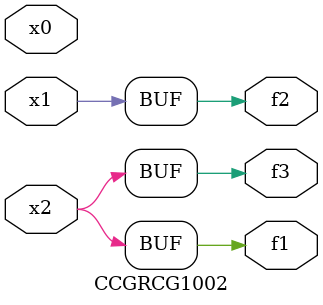
<source format=v>
module CCGRCG1002(
	input x0, x1, x2,
	output f1, f2, f3
);
	assign f1 = x2;
	assign f2 = x1;
	assign f3 = x2;
endmodule

</source>
